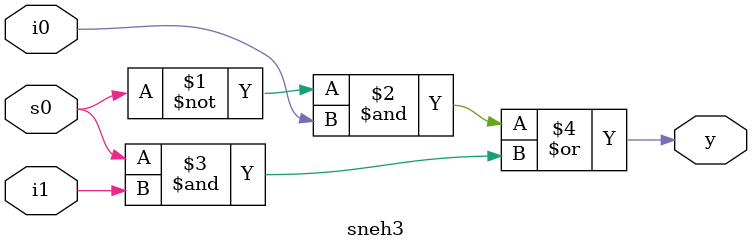
<source format=v>
module sneh1 (i0,i1,i2,i3,s0,s1,a,b,y);
	input i0,i1,i2,i3,s0,s1;
	output a,b;
	output y;
	
	sneh3 mux1(i0,i1,s1,a);
	sneh3 mux2(i2,i3,s1,b);
	sneh3 mux3(a,b,s0,y);
endmodule
	
module sneh3 (i0,i1,s0,y);
	input i0,i1,s0;
	output y;
	assign y = (~s0 & i0) | (s0 & i1) ;
endmodule
</source>
